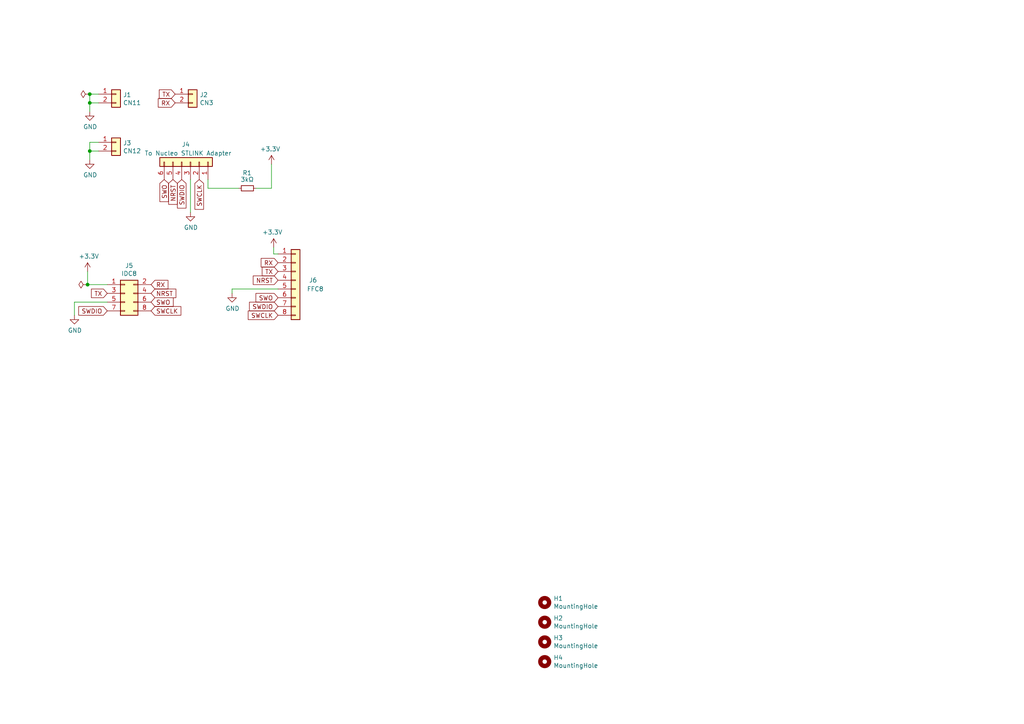
<source format=kicad_sch>
(kicad_sch (version 20230121) (generator eeschema)
  (paper "A4")
  (title_block (title "ST-Link Breakout") (date "2023-09-09") (company "Retronics - Bjørner Sandom"))
  (lib_symbols
    (symbol "Connector_Generic:Conn_01x02" (pin_names (offset 1.016) hide)
      (property "Reference" "J" (at 0 2.54 0))
      (property "Value" "Conn_01x02" (at 0 -5.08 0))
      (symbol "Conn_01x02_1_1"
        (rectangle (start -1.27 -2.413) (end 0 -2.667) (stroke (width 0.1524)))
        (rectangle (start -1.27 0.127) (end 0 -0.127) (stroke (width 0.1524)))
        (rectangle (start -1.27 1.27) (end 1.27 -3.81) (stroke (width 0.254)) (fill (type background)))
        (pin passive line (at -5.08 0 0) (length 3.81) (name "Pin_1") (number "1"))
        (pin passive line (at -5.08 -2.54 0) (length 3.81) (name "Pin_2") (number "2"))
      )
    )
    (symbol "Connector_Generic:Conn_01x06" (pin_names (offset 1.016) hide)
      (property "Reference" "J" (at 0 7.62 0))
      (property "Value" "Conn_01x06" (at 0 -10.16 0))
      (symbol "Conn_01x06_1_1"
        (rectangle (start -1.27 -7.493) (end 0 -7.747) (stroke (width 0.1524)))
        (rectangle (start -1.27 -4.953) (end 0 -5.207) (stroke (width 0.1524)))
        (rectangle (start -1.27 -2.413) (end 0 -2.667) (stroke (width 0.1524)))
        (rectangle (start -1.27 0.127) (end 0 -0.127) (stroke (width 0.1524)))
        (rectangle (start -1.27 2.667) (end 0 2.413) (stroke (width 0.1524)))
        (rectangle (start -1.27 5.207) (end 0 4.953) (stroke (width 0.1524)))
        (rectangle (start -1.27 6.35) (end 1.27 -8.89) (stroke (width 0.254)) (fill (type background)))
        (pin passive line (at -5.08 5.08 0) (length 3.81) (name "Pin_1") (number "1"))
        (pin passive line (at -5.08 2.54 0) (length 3.81) (name "Pin_2") (number "2"))
        (pin passive line (at -5.08 0 0) (length 3.81) (name "Pin_3") (number "3"))
        (pin passive line (at -5.08 -2.54 0) (length 3.81) (name "Pin_4") (number "4"))
        (pin passive line (at -5.08 -5.08 0) (length 3.81) (name "Pin_5") (number "5"))
        (pin passive line (at -5.08 -7.62 0) (length 3.81) (name "Pin_6") (number "6"))
      )
    )
    (symbol "Connector_Generic:Conn_01x08" (pin_names (offset 1.016) hide)
      (property "Reference" "J" (at 0 10.16 0))
      (property "Value" "Conn_01x08" (at 0 -12.7 0))
      (symbol "Conn_01x08_1_1"
        (rectangle (start -1.27 -10.033) (end 0 -10.287) (stroke (width 0.1524)))
        (rectangle (start -1.27 -7.493) (end 0 -7.747) (stroke (width 0.1524)))
        (rectangle (start -1.27 -4.953) (end 0 -5.207) (stroke (width 0.1524)))
        (rectangle (start -1.27 -2.413) (end 0 -2.667) (stroke (width 0.1524)))
        (rectangle (start -1.27 0.127) (end 0 -0.127) (stroke (width 0.1524)))
        (rectangle (start -1.27 2.667) (end 0 2.413) (stroke (width 0.1524)))
        (rectangle (start -1.27 5.207) (end 0 4.953) (stroke (width 0.1524)))
        (rectangle (start -1.27 7.747) (end 0 7.493) (stroke (width 0.1524)))
        (rectangle (start -1.27 8.89) (end 1.27 -11.43) (stroke (width 0.254)) (fill (type background)))
        (pin passive line (at -5.08 7.62 0) (length 3.81) (name "Pin_1") (number "1"))
        (pin passive line (at -5.08 5.08 0) (length 3.81) (name "Pin_2") (number "2"))
        (pin passive line (at -5.08 2.54 0) (length 3.81) (name "Pin_3") (number "3"))
        (pin passive line (at -5.08 0 0) (length 3.81) (name "Pin_4") (number "4"))
        (pin passive line (at -5.08 -2.54 0) (length 3.81) (name "Pin_5") (number "5"))
        (pin passive line (at -5.08 -5.08 0) (length 3.81) (name "Pin_6") (number "6"))
        (pin passive line (at -5.08 -7.62 0) (length 3.81) (name "Pin_7") (number "7"))
        (pin passive line (at -5.08 -10.16 0) (length 3.81) (name "Pin_8") (number "8"))
      )
    )
    (symbol "Connector_Generic:Conn_02x04_Odd_Even" (pin_names (offset 1.016) hide)
      (property "Reference" "J" (at 1.27 5.08 0))
      (property "Value" "Conn_02x04_Odd_Even" (at 1.27 -7.62 0))
      (symbol "Conn_02x04_Odd_Even_1_1"
        (rectangle (start -1.27 -4.953) (end 0 -5.207) (stroke (width 0.1524)))
        (rectangle (start -1.27 -2.413) (end 0 -2.667) (stroke (width 0.1524)))
        (rectangle (start -1.27 0.127) (end 0 -0.127) (stroke (width 0.1524)))
        (rectangle (start -1.27 2.667) (end 0 2.413) (stroke (width 0.1524)))
        (rectangle (start -1.27 3.81) (end 3.81 -6.35) (stroke (width 0.254)) (fill (type background)))
        (rectangle (start 3.81 -4.953) (end 2.54 -5.207) (stroke (width 0.1524)))
        (rectangle (start 3.81 -2.413) (end 2.54 -2.667) (stroke (width 0.1524)))
        (rectangle (start 3.81 0.127) (end 2.54 -0.127) (stroke (width 0.1524)))
        (rectangle (start 3.81 2.667) (end 2.54 2.413) (stroke (width 0.1524)))
        (pin passive line (at -5.08 2.54 0) (length 3.81) (name "Pin_1") (number "1"))
        (pin passive line (at 7.62 2.54 180) (length 3.81) (name "Pin_2") (number "2"))
        (pin passive line (at -5.08 0 0) (length 3.81) (name "Pin_3") (number "3"))
        (pin passive line (at 7.62 0 180) (length 3.81) (name "Pin_4") (number "4"))
        (pin passive line (at -5.08 -2.54 0) (length 3.81) (name "Pin_5") (number "5"))
        (pin passive line (at 7.62 -2.54 180) (length 3.81) (name "Pin_6") (number "6"))
        (pin passive line (at -5.08 -5.08 0) (length 3.81) (name "Pin_7") (number "7"))
        (pin passive line (at 7.62 -5.08 180) (length 3.81) (name "Pin_8") (number "8"))
      )
    )
    (symbol "Device:R_Small" (pin_numbers hide) (pin_names (offset 0.254) hide)
      (property "Reference" "R" (at 0.762 0.508 0))
      (property "Value" "R_Small" (at 0.762 -1.016 0))
      (symbol "R_Small_0_1"
        (rectangle (start -0.762 1.778) (end 0.762 -1.778) (stroke (width 0.2032)))
      )
      (symbol "R_Small_1_1"
        (pin passive line (at 0 2.54 270) (length 0.762) (name "~") (number "1"))
        (pin passive line (at 0 -2.54 90) (length 0.762) (name "~") (number "2"))
      )
    )
    (symbol "Mechanical:MountingHole" (pin_names (offset 1.016))
      (property "Reference" "H" (at 0 5.08 0))
      (property "Value" "MountingHole" (at 0 3.175 0))
      (symbol "MountingHole_0_1"
        (circle (center 0 0) (radius 1.27) (stroke (width 1.27)))
      )
    )
    (symbol "power:+3.3V" (power) (pin_names (offset 0))
      (property "Value" "+3.3V" (at 0 3.556 0))
      (symbol "+3.3V_0_1"
        (polyline (pts (xy -0.762 1.27) (xy 0 2.54)))
        (polyline (pts (xy 0 0) (xy 0 2.54)))
        (polyline (pts (xy 0 2.54) (xy 0.762 1.27)))
      )
      (symbol "+3.3V_1_1"
        (pin power_in line (at 0 0 90) (length 0) hide (name "+3.3V") (number "1"))
      )
    )
    (symbol "power:GND" (power) (pin_names (offset 0))
      (property "Value" "GND" (at 0 -3.81 0))
      (symbol "GND_0_1"
        (polyline (pts (xy 0 0) (xy 0 -1.27) (xy 1.27 -1.27) (xy 0 -2.54) (xy -1.27 -1.27) (xy 0 -1.27)))
      )
      (symbol "GND_1_1"
        (pin power_in line (at 0 0 270) (length 0) hide (name "GND") (number "1"))
      )
    )
    (symbol "power:PWR_FLAG" (power) (pin_numbers hide) (pin_names (offset 0) hide)
      (property "Value" "PWR_FLAG" (at 0 3.81 0))
      (symbol "PWR_FLAG_0_0"
        (pin power_out line (at 0 0 90) (length 0) (name "pwr") (number "1"))
      )
      (symbol "PWR_FLAG_0_1"
        (polyline (pts (xy 0 0) (xy 0 1.27) (xy -1.016 1.905) (xy 0 2.54) (xy 1.016 1.905) (xy 0 1.27)))
      )
    )
  )
  (junction (at 25.4 82.55))
  (junction (at 26.035 27.305))
  (junction (at 26.035 29.845))
  (junction (at 26.035 43.815))
  (wire (pts (xy 26.035 41.275) (xy 28.575 41.275)))
  (wire (pts (xy 26.035 32.385) (xy 26.035 29.845)))
  (wire (pts (xy 21.59 91.44) (xy 21.59 87.63)))
  (wire (pts (xy 67.31 83.82) (xy 80.645 83.82)))
  (wire (pts (xy 60.325 52.07) (xy 60.325 54.61)))
  (wire (pts (xy 26.035 46.355) (xy 26.035 43.815)))
  (wire (pts (xy 26.035 29.845) (xy 26.035 27.305)))
  (wire (pts (xy 26.035 43.815) (xy 26.035 41.275)))
  (wire (pts (xy 79.375 71.755) (xy 79.375 73.66)))
  (wire (pts (xy 26.035 27.305) (xy 28.575 27.305)))
  (wire (pts (xy 55.245 52.07) (xy 55.245 61.595)))
  (wire (pts (xy 78.74 47.625) (xy 78.74 54.61)))
  (wire (pts (xy 28.575 43.815) (xy 26.035 43.815)))
  (wire (pts (xy 67.31 85.09) (xy 67.31 83.82)))
  (wire (pts (xy 25.4 82.55) (xy 31.115 82.55)))
  (wire (pts (xy 79.375 73.66) (xy 80.645 73.66)))
  (wire (pts (xy 25.4 78.74) (xy 25.4 82.55)))
  (wire (pts (xy 28.575 29.845) (xy 26.035 29.845)))
  (wire (pts (xy 60.325 54.61) (xy 69.215 54.61)))
  (wire (pts (xy 21.59 87.63) (xy 31.115 87.63)))
  (wire (pts (xy 74.295 54.61) (xy 78.74 54.61)))
  (global_label "SWDIO" (shape input) (at 52.705 52.07 270) (property "Intersheetrefs" "${INTERSHEET_REFS}" (effects hide)))
  (global_label "SWO" (shape input) (at 43.815 87.63 0) (property "Intersheetrefs" "${INTERSHEET_REFS}" (effects hide)))
  (global_label "SWCLK" (shape input) (at 57.785 52.07 270) (property "Intersheetrefs" "${INTERSHEET_REFS}" (effects hide)))
  (global_label "RX" (shape input) (at 80.645 76.2 180) (property "Intersheetrefs" "${INTERSHEET_REFS}" (effects hide)))
  (global_label "NRST" (shape input) (at 80.645 81.28 180) (property "Intersheetrefs" "${INTERSHEET_REFS}" (effects hide)))
  (global_label "NRST" (shape input) (at 50.165 52.07 270) (property "Intersheetrefs" "${INTERSHEET_REFS}" (effects hide)))
  (global_label "NRST" (shape input) (at 43.815 85.09 0) (property "Intersheetrefs" "${INTERSHEET_REFS}" (effects hide)))
  (global_label "SWDIO" (shape input) (at 31.115 90.17 180) (property "Intersheetrefs" "${INTERSHEET_REFS}" (effects hide)))
  (global_label "SWCLK" (shape input) (at 43.815 90.17 0) (property "Intersheetrefs" "${INTERSHEET_REFS}" (effects hide)))
  (global_label "TX" (shape input) (at 50.8 27.305 180) (property "Intersheetrefs" "${INTERSHEET_REFS}" (effects hide)))
  (global_label "SWDIO" (shape input) (at 80.645 88.9 180) (property "Intersheetrefs" "${INTERSHEET_REFS}" (effects hide)))
  (global_label "TX" (shape input) (at 80.645 78.74 180) (property "Intersheetrefs" "${INTERSHEET_REFS}" (effects hide)))
  (global_label "SWO" (shape input) (at 47.625 52.07 270) (property "Intersheetrefs" "${INTERSHEET_REFS}" (effects hide)))
  (global_label "TX" (shape input) (at 31.115 85.09 180) (property "Intersheetrefs" "${INTERSHEET_REFS}" (effects hide)))
  (global_label "SWO" (shape input) (at 80.645 86.36 180) (property "Intersheetrefs" "${INTERSHEET_REFS}" (effects hide)))
  (global_label "SWCLK" (shape input) (at 80.645 91.44 180) (property "Intersheetrefs" "${INTERSHEET_REFS}" (effects hide)))
  (global_label "RX" (shape input) (at 43.815 82.55 0) (property "Intersheetrefs" "${INTERSHEET_REFS}" (effects hide)))
  (global_label "RX" (shape input) (at 50.8 29.845 180) (property "Intersheetrefs" "${INTERSHEET_REFS}" (effects hide)))
  (symbol (lib_id "Connector_Generic:Conn_01x02") (at 33.655 27.305 0) (unit 1)
    (property "Reference" "J1" (at 35.687 27.5082 0) (effects (justify left)))
    (property "Value" "CN11" (at 35.687 29.8196 0) (effects (justify left)))
    (property "Footprint" "Connector_PinSocket_2.54mm:PinSocket_1x02_P2.54mm_Vertical" (effects hide))
  )
  (symbol (lib_id "power:GND") (at 26.035 32.385 0) (unit 1)
    (property "Reference" "#PWR01" (effects hide))
    (property "Value" "GND" (at 26.162 36.7792 0))
  )
  (symbol (lib_id "Connector_Generic:Conn_01x02") (at 33.655 41.275 0) (unit 1)
    (property "Reference" "J3" (at 35.687 41.4782 0) (effects (justify left)))
    (property "Value" "CN12" (at 35.687 43.7896 0) (effects (justify left)))
    (property "Footprint" "Connector_PinSocket_2.54mm:PinSocket_1x02_P2.54mm_Vertical" (effects hide))
  )
  (symbol (lib_id "power:GND") (at 26.035 46.355 0) (unit 1)
    (property "Reference" "#PWR02" (effects hide))
    (property "Value" "GND" (at 26.162 50.7492 0))
  )
  (symbol (lib_id "Connector_Generic:Conn_01x06") (at 55.245 46.99 270) (mirror x) (unit 1)
    (property "Reference" "J4" (at 52.705 41.91 90) (effects (justify left)))
    (property "Value" "To Nucleo STLINK Adapter" (at 41.91 44.45 90) (effects (justify left)))
    (property "Footprint" "Connector_PinSocket_2.54mm:PinSocket_1x06_P2.54mm_Vertical" (effects hide))
  )
  (symbol (lib_id "Connector_Generic:Conn_01x02") (at 55.88 27.305 0) (unit 1)
    (property "Reference" "J2" (at 57.912 27.5082 0) (effects (justify left)))
    (property "Value" "CN3" (at 57.912 29.8196 0) (effects (justify left)))
    (property "Footprint" "Connector_PinSocket_2.54mm:PinSocket_1x02_P2.54mm_Vertical" (effects hide))
  )
  (symbol (lib_id "Connector_Generic:Conn_02x04_Odd_Even") (at 36.195 85.09 0) (unit 1)
    (property "Reference" "J5" (at 37.465 77.0382 0))
    (property "Value" "IDC8" (at 37.465 79.3496 0))
    (property "Footprint" "Connector_IDC:IDC-Header_2x04_P2.54mm_Vertical" (effects hide))
  )
  (symbol (lib_id "power:GND") (at 21.59 91.44 0) (unit 1)
    (property "Reference" "#PWR08" (effects hide))
    (property "Value" "GND" (at 21.717 95.8342 0))
  )
  (symbol (lib_id "Mechanical:MountingHole") (at 157.988 174.752 0) (unit 1)
    (property "Reference" "H1" (at 160.528 173.5836 0) (effects (justify left)))
    (property "Value" "MountingHole" (at 160.528 175.895 0) (effects (justify left)))
    (property "Footprint" "MountingHole:MountingHole_3.2mm_M3" (effects hide))
  )
  (symbol (lib_id "Mechanical:MountingHole") (at 157.988 180.467 0) (unit 1)
    (property "Reference" "H2" (at 160.528 179.2986 0) (effects (justify left)))
    (property "Value" "MountingHole" (at 160.528 181.61 0) (effects (justify left)))
    (property "Footprint" "MountingHole:MountingHole_3.2mm_M3" (effects hide))
  )
  (symbol (lib_id "Mechanical:MountingHole") (at 157.988 186.182 0) (unit 1)
    (property "Reference" "H3" (at 160.528 185.0136 0) (effects (justify left)))
    (property "Value" "MountingHole" (at 160.528 187.325 0) (effects (justify left)))
    (property "Footprint" "MountingHole:MountingHole_3.2mm_M3" (effects hide))
  )
  (symbol (lib_id "Mechanical:MountingHole") (at 157.988 191.897 0) (unit 1)
    (property "Reference" "H4" (at 160.528 190.7286 0) (effects (justify left)))
    (property "Value" "MountingHole" (at 160.528 193.04 0) (effects (justify left)))
    (property "Footprint" "MountingHole:MountingHole_3.2mm_M3" (effects hide))
  )
  (symbol (lib_id "power:GND") (at 55.245 61.595 0) (unit 1)
    (property "Reference" "#PWR04" (effects hide))
    (property "Value" "GND" (at 55.372 65.9892 0))
  )
  (symbol (lib_id "power:+3.3V") (at 25.4 78.74 0) (unit 1)
    (property "Reference" "#PWR06" (effects hide))
    (property "Value" "+3.3V" (at 25.781 74.3458 0))
  )
  (symbol (lib_id "power:GND") (at 67.31 85.09 0) (unit 1)
    (property "Reference" "#PWR07" (effects hide))
    (property "Value" "GND" (at 67.437 89.4842 0))
  )
  (symbol (lib_id "power:+3.3V") (at 79.375 71.755 0) (mirror y) (unit 1)
    (property "Reference" "#PWR05" (effects hide))
    (property "Value" "+3.3V" (at 78.994 67.3608 0))
  )
  (symbol (lib_id "power:+3.3V") (at 78.74 47.625 0) (mirror y) (unit 1)
    (property "Reference" "#PWR03" (effects hide))
    (property "Value" "+3.3V" (at 78.359 43.2308 0))
  )
  (symbol (lib_id "power:PWR_FLAG") (at 26.035 27.305 90) (unit 1)
    (property "Reference" "#FLG01" (effects hide))
    (property "Value" "PWR_FLAG" (effects hide))
  )
  (symbol (lib_id "Device:R_Small") (at 71.755 54.61 90) (unit 1)
    (property "Reference" "R1" (at 73.025 50.165 90) (effects (justify left)))
    (property "Value" "3kΩ" (at 73.66 52.07 90) (effects (justify left)))
    (property "Footprint" "Resistor_SMD:R_0603_1608Metric_Pad0.98x0.95mm_HandSolder" (effects hide))
  )
  (symbol (lib_id "power:PWR_FLAG") (at 25.4 82.55 90) (unit 1)
    (property "Reference" "#FLG02" (effects hide))
    (property "Value" "PWR_FLAG" (effects hide))
  )
  (symbol (lib_id "Connector_Generic:Conn_01x08") (at 85.725 81.28 0) (unit 1)
    (property "Reference" "J6" (at 90.805 81.28 0))
    (property "Value" "FFC8" (at 91.44 83.82 0))
    (property "Footprint" "myDevices:0527450897" (effects hide))
  )
)
</source>
